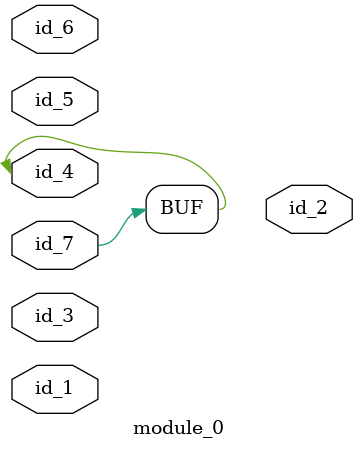
<source format=v>
module module_0 (
    id_1,
    id_2,
    id_3,
    id_4,
    id_5,
    id_6,
    id_7
);
  input id_7;
  inout id_6;
  input id_5;
  inout id_4;
  input id_3;
  output id_2;
  input id_1;
  always id_4 <= id_7;
endmodule

</source>
